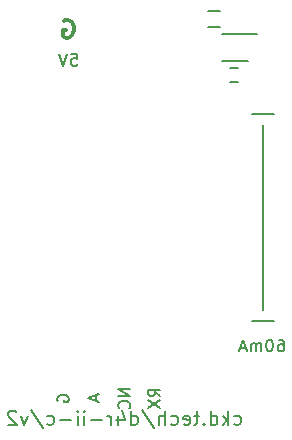
<source format=gbo>
G04 #@! TF.FileFunction,Legend,Bot*
%FSLAX46Y46*%
G04 Gerber Fmt 4.6, Leading zero omitted, Abs format (unit mm)*
G04 Created by KiCad (PCBNEW 4.0.1-stable) date Friday, February 05, 2016 'PMt' 12:52:55 PM*
%MOMM*%
G01*
G04 APERTURE LIST*
%ADD10C,0.100000*%
%ADD11C,0.150000*%
%ADD12C,0.300000*%
%ADD13C,0.200000*%
G04 APERTURE END LIST*
D10*
D11*
X150927381Y-123133334D02*
X150451190Y-122800000D01*
X150927381Y-122561905D02*
X149927381Y-122561905D01*
X149927381Y-122942858D01*
X149975000Y-123038096D01*
X150022619Y-123085715D01*
X150117857Y-123133334D01*
X150260714Y-123133334D01*
X150355952Y-123085715D01*
X150403571Y-123038096D01*
X150451190Y-122942858D01*
X150451190Y-122561905D01*
X149927381Y-123466667D02*
X150927381Y-124133334D01*
X149927381Y-124133334D02*
X150927381Y-123466667D01*
X148377381Y-122514286D02*
X147377381Y-122514286D01*
X148377381Y-123085715D01*
X147377381Y-123085715D01*
X148282143Y-124133334D02*
X148329762Y-124085715D01*
X148377381Y-123942858D01*
X148377381Y-123847620D01*
X148329762Y-123704762D01*
X148234524Y-123609524D01*
X148139286Y-123561905D01*
X147948810Y-123514286D01*
X147805952Y-123514286D01*
X147615476Y-123561905D01*
X147520238Y-123609524D01*
X147425000Y-123704762D01*
X147377381Y-123847620D01*
X147377381Y-123942858D01*
X147425000Y-124085715D01*
X147472619Y-124133334D01*
X145491667Y-123061905D02*
X145491667Y-123538096D01*
X145777381Y-122966667D02*
X144777381Y-123300000D01*
X145777381Y-123633334D01*
X142250000Y-123561905D02*
X142202381Y-123466667D01*
X142202381Y-123323810D01*
X142250000Y-123180952D01*
X142345238Y-123085714D01*
X142440476Y-123038095D01*
X142630952Y-122990476D01*
X142773810Y-122990476D01*
X142964286Y-123038095D01*
X143059524Y-123085714D01*
X143154762Y-123180952D01*
X143202381Y-123323810D01*
X143202381Y-123419048D01*
X143154762Y-123561905D01*
X143107143Y-123609524D01*
X142773810Y-123609524D01*
X142773810Y-123419048D01*
D12*
X142757143Y-91325000D02*
X142900000Y-91253571D01*
X143114286Y-91253571D01*
X143328571Y-91325000D01*
X143471429Y-91467857D01*
X143542857Y-91610714D01*
X143614286Y-91896429D01*
X143614286Y-92110714D01*
X143542857Y-92396429D01*
X143471429Y-92539286D01*
X143328571Y-92682143D01*
X143114286Y-92753571D01*
X142971429Y-92753571D01*
X142757143Y-92682143D01*
X142685714Y-92610714D01*
X142685714Y-92110714D01*
X142971429Y-92110714D01*
D11*
X143390476Y-94127381D02*
X143866667Y-94127381D01*
X143914286Y-94603571D01*
X143866667Y-94555952D01*
X143771429Y-94508333D01*
X143533333Y-94508333D01*
X143438095Y-94555952D01*
X143390476Y-94603571D01*
X143342857Y-94698810D01*
X143342857Y-94936905D01*
X143390476Y-95032143D01*
X143438095Y-95079762D01*
X143533333Y-95127381D01*
X143771429Y-95127381D01*
X143866667Y-95079762D01*
X143914286Y-95032143D01*
X143057143Y-94127381D02*
X142723810Y-95127381D01*
X142390476Y-94127381D01*
X160955952Y-118327381D02*
X161146429Y-118327381D01*
X161241667Y-118375000D01*
X161289286Y-118422619D01*
X161384524Y-118565476D01*
X161432143Y-118755952D01*
X161432143Y-119136905D01*
X161384524Y-119232143D01*
X161336905Y-119279762D01*
X161241667Y-119327381D01*
X161051190Y-119327381D01*
X160955952Y-119279762D01*
X160908333Y-119232143D01*
X160860714Y-119136905D01*
X160860714Y-118898810D01*
X160908333Y-118803571D01*
X160955952Y-118755952D01*
X161051190Y-118708333D01*
X161241667Y-118708333D01*
X161336905Y-118755952D01*
X161384524Y-118803571D01*
X161432143Y-118898810D01*
X160241667Y-118327381D02*
X160146428Y-118327381D01*
X160051190Y-118375000D01*
X160003571Y-118422619D01*
X159955952Y-118517857D01*
X159908333Y-118708333D01*
X159908333Y-118946429D01*
X159955952Y-119136905D01*
X160003571Y-119232143D01*
X160051190Y-119279762D01*
X160146428Y-119327381D01*
X160241667Y-119327381D01*
X160336905Y-119279762D01*
X160384524Y-119232143D01*
X160432143Y-119136905D01*
X160479762Y-118946429D01*
X160479762Y-118708333D01*
X160432143Y-118517857D01*
X160384524Y-118422619D01*
X160336905Y-118375000D01*
X160241667Y-118327381D01*
X159479762Y-119327381D02*
X159479762Y-118660714D01*
X159479762Y-118755952D02*
X159432143Y-118708333D01*
X159336905Y-118660714D01*
X159194047Y-118660714D01*
X159098809Y-118708333D01*
X159051190Y-118803571D01*
X159051190Y-119327381D01*
X159051190Y-118803571D02*
X159003571Y-118708333D01*
X158908333Y-118660714D01*
X158765476Y-118660714D01*
X158670238Y-118708333D01*
X158622619Y-118803571D01*
X158622619Y-119327381D01*
X158194048Y-119041667D02*
X157717857Y-119041667D01*
X158289286Y-119327381D02*
X157955953Y-118327381D01*
X157622619Y-119327381D01*
D13*
X157195713Y-125500714D02*
X157309999Y-125557857D01*
X157538570Y-125557857D01*
X157652856Y-125500714D01*
X157709999Y-125443571D01*
X157767142Y-125329286D01*
X157767142Y-124986429D01*
X157709999Y-124872143D01*
X157652856Y-124815000D01*
X157538570Y-124757857D01*
X157309999Y-124757857D01*
X157195713Y-124815000D01*
X156681428Y-125557857D02*
X156681428Y-124357857D01*
X156567142Y-125100714D02*
X156224285Y-125557857D01*
X156224285Y-124757857D02*
X156681428Y-125215000D01*
X155195713Y-125557857D02*
X155195713Y-124357857D01*
X155195713Y-125500714D02*
X155309999Y-125557857D01*
X155538570Y-125557857D01*
X155652856Y-125500714D01*
X155709999Y-125443571D01*
X155767142Y-125329286D01*
X155767142Y-124986429D01*
X155709999Y-124872143D01*
X155652856Y-124815000D01*
X155538570Y-124757857D01*
X155309999Y-124757857D01*
X155195713Y-124815000D01*
X154624285Y-125443571D02*
X154567142Y-125500714D01*
X154624285Y-125557857D01*
X154681428Y-125500714D01*
X154624285Y-125443571D01*
X154624285Y-125557857D01*
X154224284Y-124757857D02*
X153767141Y-124757857D01*
X154052856Y-124357857D02*
X154052856Y-125386429D01*
X153995713Y-125500714D01*
X153881427Y-125557857D01*
X153767141Y-125557857D01*
X152909999Y-125500714D02*
X153024285Y-125557857D01*
X153252856Y-125557857D01*
X153367142Y-125500714D01*
X153424285Y-125386429D01*
X153424285Y-124929286D01*
X153367142Y-124815000D01*
X153252856Y-124757857D01*
X153024285Y-124757857D01*
X152909999Y-124815000D01*
X152852856Y-124929286D01*
X152852856Y-125043571D01*
X153424285Y-125157857D01*
X151824285Y-125500714D02*
X151938571Y-125557857D01*
X152167142Y-125557857D01*
X152281428Y-125500714D01*
X152338571Y-125443571D01*
X152395714Y-125329286D01*
X152395714Y-124986429D01*
X152338571Y-124872143D01*
X152281428Y-124815000D01*
X152167142Y-124757857D01*
X151938571Y-124757857D01*
X151824285Y-124815000D01*
X151310000Y-125557857D02*
X151310000Y-124357857D01*
X150795714Y-125557857D02*
X150795714Y-124929286D01*
X150852857Y-124815000D01*
X150967143Y-124757857D01*
X151138571Y-124757857D01*
X151252857Y-124815000D01*
X151310000Y-124872143D01*
X149367143Y-124300714D02*
X150395714Y-125843571D01*
X148452857Y-125557857D02*
X148452857Y-124357857D01*
X148452857Y-125500714D02*
X148567143Y-125557857D01*
X148795714Y-125557857D01*
X148910000Y-125500714D01*
X148967143Y-125443571D01*
X149024286Y-125329286D01*
X149024286Y-124986429D01*
X148967143Y-124872143D01*
X148910000Y-124815000D01*
X148795714Y-124757857D01*
X148567143Y-124757857D01*
X148452857Y-124815000D01*
X147367143Y-124757857D02*
X147367143Y-125557857D01*
X147652857Y-124300714D02*
X147938572Y-125157857D01*
X147195714Y-125157857D01*
X146738572Y-125557857D02*
X146738572Y-124757857D01*
X146738572Y-124986429D02*
X146681429Y-124872143D01*
X146624286Y-124815000D01*
X146510000Y-124757857D01*
X146395715Y-124757857D01*
X145995715Y-125100714D02*
X145081429Y-125100714D01*
X144510001Y-125557857D02*
X144510001Y-124757857D01*
X144510001Y-124357857D02*
X144567144Y-124415000D01*
X144510001Y-124472143D01*
X144452858Y-124415000D01*
X144510001Y-124357857D01*
X144510001Y-124472143D01*
X143938572Y-125557857D02*
X143938572Y-124757857D01*
X143938572Y-124357857D02*
X143995715Y-124415000D01*
X143938572Y-124472143D01*
X143881429Y-124415000D01*
X143938572Y-124357857D01*
X143938572Y-124472143D01*
X143367143Y-125100714D02*
X142452857Y-125100714D01*
X141367143Y-125500714D02*
X141481429Y-125557857D01*
X141710000Y-125557857D01*
X141824286Y-125500714D01*
X141881429Y-125443571D01*
X141938572Y-125329286D01*
X141938572Y-124986429D01*
X141881429Y-124872143D01*
X141824286Y-124815000D01*
X141710000Y-124757857D01*
X141481429Y-124757857D01*
X141367143Y-124815000D01*
X139995715Y-124300714D02*
X141024286Y-125843571D01*
X139710000Y-124757857D02*
X139424286Y-125557857D01*
X139138572Y-124757857D01*
X138738572Y-124472143D02*
X138681429Y-124415000D01*
X138567143Y-124357857D01*
X138281429Y-124357857D01*
X138167143Y-124415000D01*
X138110000Y-124472143D01*
X138052857Y-124586429D01*
X138052857Y-124700714D01*
X138110000Y-124872143D01*
X138795714Y-125557857D01*
X138052857Y-125557857D01*
D11*
X158725000Y-99240000D02*
X160575000Y-99240000D01*
X158725000Y-116760000D02*
X160575000Y-116760000D01*
X159650000Y-115800000D02*
X159650000Y-100200000D01*
X156850000Y-96500000D02*
X157550000Y-96500000D01*
X157550000Y-95300000D02*
X156850000Y-95300000D01*
X158337500Y-94737500D02*
X156187500Y-94737500D01*
X159162500Y-92487500D02*
X156187500Y-92487500D01*
X154950000Y-91875000D02*
X155950000Y-91875000D01*
X155950000Y-90525000D02*
X154950000Y-90525000D01*
M02*

</source>
